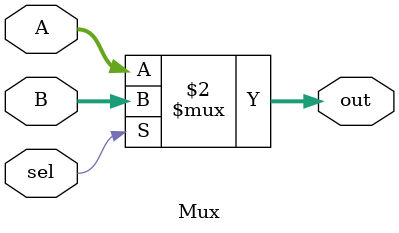
<source format=v>
module Mux(sel, A, B, out);
input sel; 
input [31:0] A, B;
output [31:0] out;

assign out = (sel == 1'b0)? A : B;

endmodule

</source>
